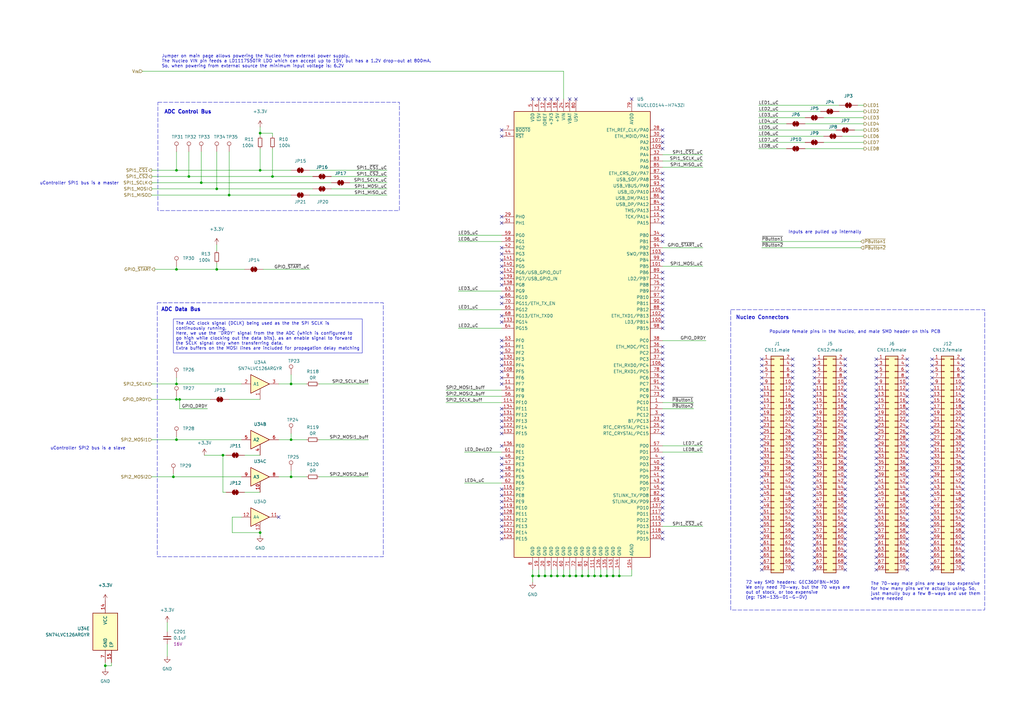
<source format=kicad_sch>
(kicad_sch (version 20231120) (generator "eeschema") (generator_version "8.0")
  (paper "A3")
  (title_block (title "Sound Compass POC") (date "2024-03-23") (rev "A") (company "Josh Berry") (comment 1 "JBRRY"))
  (junction (at 238.76 236.22))
  (junction (at 72.39 110.49))
  (junction (at 243.84 236.22))
  (junction (at 88.9 110.49))
  (junction (at 119.38 180.34))
  (junction (at 220.98 236.22))
  (junction (at 236.22 236.22))
  (junction (at 248.92 236.22))
  (junction (at 231.14 236.22))
  (junction (at 71.12 195.58))
  (junction (at 241.3 236.22))
  (junction (at 72.39 180.34))
  (junction (at 106.68 54.61))
  (junction (at 119.38 157.48))
  (junction (at 251.46 236.22))
  (junction (at 228.6 236.22))
  (junction (at 82.55 74.93))
  (junction (at 233.68 236.22))
  (junction (at 73.66 163.83))
  (junction (at 106.68 69.85))
  (junction (at 72.39 69.85))
  (junction (at 93.98 80.01))
  (junction (at 218.44 236.22))
  (junction (at 111.76 72.39))
  (junction (at 77.47 72.39))
  (junction (at 91.44 186.69))
  (junction (at 223.52 236.22))
  (junction (at 254 236.22))
  (junction (at 246.38 236.22))
  (junction (at 119.38 195.58))
  (junction (at 226.06 236.22))
  (junction (at 106.68 218.44))
  (junction (at 88.9 77.47))
  (junction (at 72.39 157.48))
  (junction (at 72.39 163.83))
  (junction (at 43.18 273.05))
  (no_connect (at 271.78 190.5))
  (no_connect (at 394.97 223.52))
  (no_connect (at 271.78 114.3))
  (no_connect (at 372.11 160.02))
  (no_connect (at 205.74 208.28))
  (no_connect (at 372.11 198.12))
  (no_connect (at 312.42 185.42))
  (no_connect (at 334.01 167.64))
  (no_connect (at 325.12 160.02))
  (no_connect (at 271.78 91.44))
  (no_connect (at 205.74 195.58))
  (no_connect (at 205.74 91.44))
  (no_connect (at 312.42 152.4))
  (no_connect (at 372.11 177.8))
  (no_connect (at 312.42 210.82))
  (no_connect (at 325.12 157.48))
  (no_connect (at 312.42 170.18))
  (no_connect (at 205.74 218.44))
  (no_connect (at 382.27 182.88))
  (no_connect (at 312.42 162.56))
  (no_connect (at 346.71 157.48))
  (no_connect (at 312.42 195.58))
  (no_connect (at 205.74 213.36))
  (no_connect (at 372.11 220.98))
  (no_connect (at 346.71 187.96))
  (no_connect (at 394.97 218.44))
  (no_connect (at 271.78 116.84))
  (no_connect (at 271.78 162.56))
  (no_connect (at 271.78 124.46))
  (no_connect (at 394.97 154.94))
  (no_connect (at 382.27 154.94))
  (no_connect (at 394.97 203.2))
  (no_connect (at 312.42 215.9))
  (no_connect (at 372.11 205.74))
  (no_connect (at 346.71 182.88))
  (no_connect (at 334.01 177.8))
  (no_connect (at 325.12 175.26))
  (no_connect (at 223.52 40.64))
  (no_connect (at 325.12 226.06))
  (no_connect (at 271.78 53.34))
  (no_connect (at 346.71 177.8))
  (no_connect (at 312.42 167.64))
  (no_connect (at 359.41 195.58))
  (no_connect (at 271.78 177.8))
  (no_connect (at 372.11 208.28))
  (no_connect (at 346.71 167.64))
  (no_connect (at 205.74 200.66))
  (no_connect (at 312.42 175.26))
  (no_connect (at 346.71 205.74))
  (no_connect (at 359.41 175.26))
  (no_connect (at 325.12 187.96))
  (no_connect (at 312.42 172.72))
  (no_connect (at 325.12 223.52))
  (no_connect (at 359.41 190.5))
  (no_connect (at 312.42 231.14))
  (no_connect (at 271.78 127))
  (no_connect (at 346.71 215.9))
  (no_connect (at 228.6 40.64))
  (no_connect (at 325.12 215.9))
  (no_connect (at 334.01 213.36))
  (no_connect (at 382.27 165.1))
  (no_connect (at 334.01 175.26))
  (no_connect (at 271.78 96.52))
  (no_connect (at 271.78 111.76))
  (no_connect (at 205.74 215.9))
  (no_connect (at 394.97 220.98))
  (no_connect (at 271.78 154.94))
  (no_connect (at 205.74 172.72))
  (no_connect (at 325.12 220.98))
  (no_connect (at 394.97 172.72))
  (no_connect (at 359.41 213.36))
  (no_connect (at 359.41 205.74))
  (no_connect (at 325.12 177.8))
  (no_connect (at 346.71 203.2))
  (no_connect (at 312.42 187.96))
  (no_connect (at 382.27 223.52))
  (no_connect (at 271.78 203.2))
  (no_connect (at 394.97 195.58))
  (no_connect (at 382.27 208.28))
  (no_connect (at 271.78 193.04))
  (no_connect (at 334.01 203.2))
  (no_connect (at 346.71 180.34))
  (no_connect (at 346.71 198.12))
  (no_connect (at 205.74 149.86))
  (no_connect (at 372.11 200.66))
  (no_connect (at 359.41 160.02))
  (no_connect (at 205.74 187.96))
  (no_connect (at 218.44 40.64))
  (no_connect (at 271.78 218.44))
  (no_connect (at 205.74 144.78))
  (no_connect (at 205.74 114.3))
  (no_connect (at 334.01 228.6))
  (no_connect (at 205.74 88.9))
  (no_connect (at 382.27 228.6))
  (no_connect (at 271.78 198.12))
  (no_connect (at 394.97 152.4))
  (no_connect (at 325.12 162.56))
  (no_connect (at 359.41 182.88))
  (no_connect (at 312.42 203.2))
  (no_connect (at 205.74 106.68))
  (no_connect (at 372.11 185.42))
  (no_connect (at 205.74 175.26))
  (no_connect (at 359.41 210.82))
  (no_connect (at 359.41 218.44))
  (no_connect (at 334.01 220.98))
  (no_connect (at 334.01 162.56))
  (no_connect (at 312.42 223.52))
  (no_connect (at 372.11 223.52))
  (no_connect (at 372.11 213.36))
  (no_connect (at 271.78 142.24))
  (no_connect (at 271.78 187.96))
  (no_connect (at 359.41 198.12))
  (no_connect (at 394.97 233.68))
  (no_connect (at 382.27 162.56))
  (no_connect (at 359.41 180.34))
  (no_connect (at 372.11 231.14))
  (no_connect (at 271.78 86.36))
  (no_connect (at 312.42 226.06))
  (no_connect (at 271.78 160.02))
  (no_connect (at 394.97 177.8))
  (no_connect (at 205.74 116.84))
  (no_connect (at 382.27 218.44))
  (no_connect (at 271.78 129.54))
  (no_connect (at 382.27 213.36))
  (no_connect (at 312.42 220.98))
  (no_connect (at 325.12 180.34))
  (no_connect (at 271.78 220.98))
  (no_connect (at 394.97 208.28))
  (no_connect (at 346.71 190.5))
  (no_connect (at 312.42 198.12))
  (no_connect (at 382.27 177.8))
  (no_connect (at 394.97 190.5))
  (no_connect (at 205.74 121.92))
  (no_connect (at 325.12 200.66))
  (no_connect (at 334.01 223.52))
  (no_connect (at 346.71 226.06))
  (no_connect (at 372.11 193.04))
  (no_connect (at 312.42 147.32))
  (no_connect (at 334.01 149.86))
  (no_connect (at 394.97 213.36))
  (no_connect (at 372.11 195.58))
  (no_connect (at 325.12 172.72))
  (no_connect (at 382.27 187.96))
  (no_connect (at 271.78 88.9))
  (no_connect (at 271.78 157.48))
  (no_connect (at 346.71 223.52))
  (no_connect (at 334.01 198.12))
  (no_connect (at 205.74 220.98))
  (no_connect (at 394.97 200.66))
  (no_connect (at 359.41 187.96))
  (no_connect (at 271.78 147.32))
  (no_connect (at 205.74 193.04))
  (no_connect (at 271.78 71.12))
  (no_connect (at 372.11 149.86))
  (no_connect (at 271.78 119.38))
  (no_connect (at 271.78 208.28))
  (no_connect (at 334.01 160.02))
  (no_connect (at 334.01 170.18))
  (no_connect (at 382.27 147.32))
  (no_connect (at 325.12 182.88))
  (no_connect (at 394.97 170.18))
  (no_connect (at 359.41 185.42))
  (no_connect (at 312.42 160.02))
  (no_connect (at 382.27 203.2))
  (no_connect (at 382.27 220.98))
  (no_connect (at 271.78 73.66))
  (no_connect (at 271.78 175.26))
  (no_connect (at 394.97 175.26))
  (no_connect (at 334.01 208.28))
  (no_connect (at 346.71 233.68))
  (no_connect (at 382.27 193.04))
  (no_connect (at 325.12 190.5))
  (no_connect (at 271.78 58.42))
  (no_connect (at 382.27 195.58))
  (no_connect (at 334.01 182.88))
  (no_connect (at 325.12 228.6))
  (no_connect (at 205.74 210.82))
  (no_connect (at 346.71 210.82))
  (no_connect (at 334.01 190.5))
  (no_connect (at 382.27 198.12))
  (no_connect (at 325.12 149.86))
  (no_connect (at 271.78 213.36))
  (no_connect (at 372.11 233.68))
  (no_connect (at 325.12 147.32))
  (no_connect (at 312.42 154.94))
  (no_connect (at 394.97 215.9))
  (no_connect (at 346.71 147.32))
  (no_connect (at 312.42 149.86))
  (no_connect (at 346.71 200.66))
  (no_connect (at 205.74 205.74))
  (no_connect (at 372.11 170.18))
  (no_connect (at 394.97 228.6))
  (no_connect (at 271.78 76.2))
  (no_connect (at 359.41 177.8))
  (no_connect (at 394.97 180.34))
  (no_connect (at 271.78 205.74))
  (no_connect (at 114.3 212.09))
  (no_connect (at 325.12 233.68))
  (no_connect (at 346.71 213.36))
  (no_connect (at 334.01 195.58))
  (no_connect (at 271.78 172.72))
  (no_connect (at 325.12 210.82))
  (no_connect (at 359.41 233.68))
  (no_connect (at 394.97 231.14))
  (no_connect (at 205.74 124.46))
  (no_connect (at 372.11 190.5))
  (no_connect (at 346.71 218.44))
  (no_connect (at 359.41 220.98))
  (no_connect (at 312.42 177.8))
  (no_connect (at 271.78 200.66))
  (no_connect (at 359.41 147.32))
  (no_connect (at 372.11 215.9))
  (no_connect (at 205.74 111.76))
  (no_connect (at 346.71 154.94))
  (no_connect (at 359.41 152.4))
  (no_connect (at 334.01 226.06))
  (no_connect (at 271.78 55.88))
  (no_connect (at 372.11 154.94))
  (no_connect (at 334.01 154.94))
  (no_connect (at 325.12 213.36))
  (no_connect (at 359.41 149.86))
  (no_connect (at 394.97 149.86))
  (no_connect (at 334.01 233.68))
  (no_connect (at 394.97 165.1))
  (no_connect (at 394.97 147.32))
  (no_connect (at 359.41 172.72))
  (no_connect (at 394.97 193.04))
  (no_connect (at 325.12 185.42))
  (no_connect (at 382.27 152.4))
  (no_connect (at 334.01 147.32))
  (no_connect (at 394.97 182.88))
  (no_connect (at 312.42 165.1))
  (no_connect (at 382.27 231.14))
  (no_connect (at 325.12 170.18))
  (no_connect (at 382.27 157.48))
  (no_connect (at 346.71 231.14))
  (no_connect (at 205.74 147.32))
  (no_connect (at 205.74 104.14))
  (no_connect (at 312.42 213.36))
  (no_connect (at 346.71 165.1))
  (no_connect (at 271.78 170.18))
  (no_connect (at 271.78 60.96))
  (no_connect (at 233.68 40.64))
  (no_connect (at 271.78 99.06))
  (no_connect (at 205.74 203.2))
  (no_connect (at 334.01 172.72))
  (no_connect (at 334.01 218.44))
  (no_connect (at 334.01 180.34))
  (no_connect (at 382.27 200.66))
  (no_connect (at 205.74 152.4))
  (no_connect (at 205.74 53.34))
  (no_connect (at 271.78 210.82))
  (no_connect (at 312.42 208.28))
  (no_connect (at 325.12 208.28))
  (no_connect (at 312.42 200.66))
  (no_connect (at 394.97 226.06))
  (no_connect (at 334.01 205.74))
  (no_connect (at 372.11 180.34))
  (no_connect (at 359.41 208.28))
  (no_connect (at 394.97 205.74))
  (no_connect (at 325.12 205.74))
  (no_connect (at 382.27 215.9))
  (no_connect (at 325.12 203.2))
  (no_connect (at 382.27 170.18))
  (no_connect (at 382.27 180.34))
  (no_connect (at 372.11 162.56))
  (no_connect (at 220.98 40.64))
  (no_connect (at 372.11 226.06))
  (no_connect (at 226.06 40.64))
  (no_connect (at 271.78 104.14))
  (no_connect (at 312.42 190.5))
  (no_connect (at 359.41 162.56))
  (no_connect (at 372.11 203.2))
  (no_connect (at 312.42 180.34))
  (no_connect (at 359.41 170.18))
  (no_connect (at 359.41 193.04))
  (no_connect (at 346.71 193.04))
  (no_connect (at 359.41 223.52))
  (no_connect (at 334.01 231.14))
  (no_connect (at 205.74 109.22))
  (no_connect (at 271.78 144.78))
  (no_connect (at 359.41 154.94))
  (no_connect (at 372.11 147.32))
  (no_connect (at 346.71 162.56))
  (no_connect (at 334.01 210.82))
  (no_connect (at 205.74 182.88))
  (no_connect (at 346.71 149.86))
  (no_connect (at 271.78 132.08))
  (no_connect (at 346.71 160.02))
  (no_connect (at 382.27 172.72))
  (no_connect (at 372.11 152.4))
  (no_connect (at 382.27 210.82))
  (no_connect (at 382.27 185.42))
  (no_connect (at 346.71 170.18))
  (no_connect (at 382.27 160.02))
  (no_connect (at 334.01 165.1))
  (no_connect (at 325.12 167.64))
  (no_connect (at 312.42 157.48))
  (no_connect (at 372.11 210.82))
  (no_connect (at 394.97 187.96))
  (no_connect (at 271.78 78.74))
  (no_connect (at 359.41 203.2))
  (no_connect (at 271.78 121.92))
  (no_connect (at 312.42 182.88))
  (no_connect (at 382.27 167.64))
  (no_connect (at 259.08 40.64))
  (no_connect (at 205.74 157.48))
  (no_connect (at 271.78 134.62))
  (no_connect (at 394.97 157.48))
  (no_connect (at 205.74 55.88))
  (no_connect (at 334.01 152.4))
  (no_connect (at 205.74 132.08))
  (no_connect (at 359.41 228.6))
  (no_connect (at 205.74 190.5))
  (no_connect (at 359.41 200.66))
  (no_connect (at 372.11 157.48))
  (no_connect (at 325.12 152.4))
  (no_connect (at 394.97 160.02))
  (no_connect (at 334.01 157.48))
  (no_connect (at 205.74 170.18))
  (no_connect (at 312.42 193.04))
  (no_connect (at 359.41 157.48))
  (no_connect (at 346.71 152.4))
  (no_connect (at 372.11 182.88))
  (no_connect (at 271.78 106.68))
  (no_connect (at 312.42 233.68))
  (no_connect (at 325.12 165.1))
  (no_connect (at 359.41 165.1))
  (no_connect (at 346.71 175.26))
  (no_connect (at 394.97 198.12))
  (no_connect (at 372.11 172.72))
  (no_connect (at 325.12 218.44))
  (no_connect (at 205.74 142.24))
  (no_connect (at 325.12 193.04))
  (no_connect (at 346.71 228.6))
  (no_connect (at 205.74 167.64))
  (no_connect (at 382.27 233.68))
  (no_connect (at 271.78 83.82))
  (no_connect (at 394.97 162.56))
  (no_connect (at 325.12 195.58))
  (no_connect (at 346.71 195.58))
  (no_connect (at 334.01 215.9))
  (no_connect (at 359.41 226.06))
  (no_connect (at 205.74 139.7))
  (no_connect (at 271.78 149.86))
  (no_connect (at 205.74 101.6))
  (no_connect (at 334.01 200.66))
  (no_connect (at 334.01 193.04))
  (no_connect (at 346.71 208.28))
  (no_connect (at 312.42 205.74))
  (no_connect (at 394.97 210.82))
  (no_connect (at 382.27 149.86))
  (no_connect (at 394.97 185.42))
  (no_connect (at 312.42 218.44))
  (no_connect (at 382.27 175.26))
  (no_connect (at 382.27 205.74))
  (no_connect (at 346.71 220.98))
  (no_connect (at 372.11 167.64))
  (no_connect (at 325.12 154.94))
  (no_connect (at 346.71 172.72))
  (no_connect (at 372.11 165.1))
  (no_connect (at 394.97 167.64))
  (no_connect (at 359.41 231.14))
  (no_connect (at 382.27 190.5))
  (no_connect (at 334.01 185.42))
  (no_connect (at 372.11 187.96))
  (no_connect (at 372.11 218.44))
  (no_connect (at 271.78 81.28))
  (no_connect (at 236.22 40.64))
  (no_connect (at 325.12 231.14))
  (no_connect (at 312.42 228.6))
  (no_connect (at 359.41 215.9))
  (no_connect (at 359.41 167.64))
  (no_connect (at 325.12 198.12))
  (no_connect (at 205.74 129.54))
  (no_connect (at 205.74 177.8))
  (no_connect (at 346.71 185.42))
  (no_connect (at 382.27 226.06))
  (no_connect (at 372.11 175.26))
  (no_connect (at 205.74 154.94))
  (no_connect (at 271.78 152.4))
  (no_connect (at 372.11 228.6))
  (no_connect (at 271.78 195.58))
  (no_connect (at 334.01 187.96))
  (wire (pts (xy 271.78 63.5) (xy 288.29 63.5)))
  (wire (pts (xy 119.38 195.58) (xy 125.73 195.58)))
  (wire (pts (xy 119.38 180.34) (xy 125.73 180.34)))
  (wire (pts (xy 106.68 69.85) (xy 119.38 69.85)))
  (wire (pts (xy 77.47 62.23) (xy 77.47 72.39)))
  (wire (pts (xy 182.88 165.1) (xy 205.74 165.1)))
  (wire (pts (xy 119.38 193.04) (xy 119.38 195.58)))
  (wire (pts (xy 231.14 236.22) (xy 233.68 236.22)))
  (wire (pts (xy 271.78 101.6) (xy 288.29 101.6)))
  (wire (pts (xy 62.23 163.83) (xy 72.39 163.83)))
  (wire (pts (xy 311.15 55.88) (xy 337.82 55.88)))
  (wire (pts (xy 337.82 58.42) (xy 354.33 58.42)))
  (wire (pts (xy 111.76 55.88) (xy 111.76 54.61)))
  (wire (pts (xy 106.68 218.44) (xy 106.68 219.71)))
  (wire (pts (xy 88.9 100.33) (xy 88.9 102.87)))
  (wire (pts (xy 114.3 195.58) (xy 119.38 195.58)))
  (wire (pts (xy 106.68 60.96) (xy 106.68 69.85)))
  (wire (pts (xy 130.81 195.58) (xy 151.13 195.58)))
  (wire (pts (xy 271.78 66.04) (xy 288.29 66.04)))
  (wire (pts (xy 228.6 236.22) (xy 231.14 236.22)))
  (wire (pts (xy 351.79 43.18) (xy 354.33 43.18)))
  (wire (pts (xy 135.89 77.47) (xy 158.75 77.47)))
  (wire (pts (xy 106.68 52.07) (xy 106.68 54.61)))
  (wire (pts (xy 312.42 99.06) (xy 353.06 99.06)))
  (wire (pts (xy 62.23 180.34) (xy 72.39 180.34)))
  (wire (pts (xy 88.9 107.95) (xy 88.9 110.49)))
  (wire (pts (xy 106.68 54.61) (xy 111.76 54.61)))
  (wire (pts (xy 68.58 255.27) (xy 68.58 259.08)))
  (wire (pts (xy 350.52 53.34) (xy 354.33 53.34)))
  (wire (pts (xy 311.15 50.8) (xy 322.58 50.8)))
  (wire (pts (xy 62.23 69.85) (xy 72.39 69.85)))
  (wire (pts (xy 88.9 62.23) (xy 88.9 77.47)))
  (wire (pts (xy 226.06 236.22) (xy 228.6 236.22)))
  (wire (pts (xy 77.47 72.39) (xy 111.76 72.39)))
  (wire (pts (xy 72.39 180.34) (xy 99.06 180.34)))
  (wire (pts (xy 236.22 236.22) (xy 238.76 236.22)))
  (wire (pts (xy 43.18 273.05) (xy 43.18 271.78)))
  (wire (pts (xy 72.39 154.94) (xy 72.39 157.48)))
  (wire (pts (xy 106.68 54.61) (xy 106.68 55.88)))
  (wire (pts (xy 342.9 53.34) (xy 311.15 53.34)))
  (wire (pts (xy 311.15 60.96) (xy 322.58 60.96)))
  (wire (pts (xy 130.81 157.48) (xy 151.13 157.48)))
  (wire (pts (xy 182.88 162.56) (xy 205.74 162.56)))
  (wire (pts (xy 100.33 186.69) (xy 106.68 186.69)))
  (wire (pts (xy 114.3 157.48) (xy 119.38 157.48)))
  (wire (pts (xy 254 236.22) (xy 259.08 236.22)))
  (wire (pts (xy 337.82 48.26) (xy 354.33 48.26)))
  (wire (pts (xy 248.92 233.68) (xy 248.92 236.22)))
  (wire (pts (xy 271.78 185.42) (xy 288.29 185.42)))
  (wire (pts (xy 238.76 233.68) (xy 238.76 236.22)))
  (wire (pts (xy 289.56 139.7) (xy 271.78 139.7)))
  (wire (pts (xy 187.96 96.52) (xy 205.74 96.52)))
  (wire (pts (xy 251.46 236.22) (xy 254 236.22)))
  (wire (pts (xy 72.39 110.49) (xy 88.9 110.49)))
  (wire (pts (xy 228.6 233.68) (xy 228.6 236.22)))
  (wire (pts (xy 119.38 157.48) (xy 125.73 157.48)))
  (wire (pts (xy 241.3 233.68) (xy 241.3 236.22)))
  (wire (pts (xy 99.06 212.09) (xy 95.25 212.09)))
  (wire (pts (xy 62.23 195.58) (xy 71.12 195.58)))
  (wire (pts (xy 187.96 127) (xy 205.74 127)))
  (wire (pts (xy 88.9 110.49) (xy 100.33 110.49)))
  (wire (pts (xy 127 69.85) (xy 158.75 69.85)))
  (wire (pts (xy 254 233.68) (xy 254 236.22)))
  (wire (pts (xy 62.23 74.93) (xy 82.55 74.93)))
  (wire (pts (xy 311.15 48.26) (xy 330.2 48.26)))
  (wire (pts (xy 119.38 153.67) (xy 119.38 157.48)))
  (wire (pts (xy 135.89 72.39) (xy 158.75 72.39)))
  (wire (pts (xy 107.95 110.49) (xy 127 110.49)))
  (wire (pts (xy 43.18 274.32) (xy 43.18 273.05)))
  (wire (pts (xy 251.46 233.68) (xy 251.46 236.22)))
  (wire (pts (xy 187.96 99.06) (xy 205.74 99.06)))
  (wire (pts (xy 284.48 165.1) (xy 271.78 165.1)))
  (wire (pts (xy 73.66 167.64) (xy 73.66 163.83)))
  (wire (pts (xy 345.44 55.88) (xy 354.33 55.88)))
  (wire (pts (xy 85.09 167.64) (xy 73.66 167.64)))
  (wire (pts (xy 312.42 101.6) (xy 353.06 101.6)))
  (wire (pts (xy 111.76 60.96) (xy 111.76 72.39)))
  (wire (pts (xy 311.15 58.42) (xy 330.2 58.42)))
  (wire (pts (xy 218.44 236.22) (xy 218.44 238.76)))
  (wire (pts (xy 73.66 163.83) (xy 86.36 163.83)))
  (wire (pts (xy 271.78 215.9) (xy 288.29 215.9)))
  (wire (pts (xy 91.44 201.93) (xy 92.71 201.93)))
  (wire (pts (xy 218.44 236.22) (xy 220.98 236.22)))
  (wire (pts (xy 284.48 167.64) (xy 271.78 167.64)))
  (wire (pts (xy 241.3 236.22) (xy 243.84 236.22)))
  (wire (pts (xy 238.76 236.22) (xy 241.3 236.22)))
  (wire (pts (xy 82.55 74.93) (xy 135.89 74.93)))
  (wire (pts (xy 223.52 233.68) (xy 223.52 236.22)))
  (wire (pts (xy 72.39 62.23) (xy 72.39 69.85)))
  (wire (pts (xy 62.23 72.39) (xy 77.47 72.39)))
  (wire (pts (xy 259.08 236.22) (xy 259.08 233.68)))
  (wire (pts (xy 119.38 177.8) (xy 119.38 180.34)))
  (wire (pts (xy 271.78 109.22) (xy 288.29 109.22)))
  (wire (pts (xy 63.5 110.49) (xy 72.39 110.49)))
  (wire (pts (xy 72.39 162.56) (xy 72.39 163.83)))
  (wire (pts (xy 95.25 212.09) (xy 95.25 218.44)))
  (wire (pts (xy 243.84 233.68) (xy 243.84 236.22)))
  (wire (pts (xy 220.98 236.22) (xy 223.52 236.22)))
  (wire (pts (xy 91.44 201.93) (xy 91.44 186.69)))
  (wire (pts (xy 233.68 236.22) (xy 236.22 236.22)))
  (wire (pts (xy 271.78 68.58) (xy 288.29 68.58)))
  (wire (pts (xy 72.39 157.48) (xy 99.06 157.48)))
  (wire (pts (xy 218.44 233.68) (xy 218.44 236.22)))
  (wire (pts (xy 246.38 233.68) (xy 246.38 236.22)))
  (wire (pts (xy 223.52 236.22) (xy 226.06 236.22)))
  (wire (pts (xy 62.23 77.47) (xy 88.9 77.47)))
  (wire (pts (xy 344.17 43.18) (xy 311.15 43.18)))
  (wire (pts (xy 182.88 160.02) (xy 205.74 160.02)))
  (wire (pts (xy 187.96 134.62) (xy 205.74 134.62)))
  (wire (pts (xy 231.14 40.64) (xy 231.14 29.21)))
  (wire (pts (xy 82.55 62.23) (xy 82.55 74.93)))
  (wire (pts (xy 190.5 198.12) (xy 205.74 198.12)))
  (wire (pts (xy 62.23 157.48) (xy 72.39 157.48)))
  (wire (pts (xy 91.44 186.69) (xy 92.71 186.69)))
  (wire (pts (xy 127 80.01) (xy 158.75 80.01)))
  (wire (pts (xy 72.39 109.22) (xy 72.39 110.49)))
  (wire (pts (xy 344.17 45.72) (xy 354.33 45.72)))
  (wire (pts (xy 88.9 77.47) (xy 128.27 77.47)))
  (wire (pts (xy 271.78 182.88) (xy 288.29 182.88)))
  (wire (pts (xy 83.82 186.69) (xy 91.44 186.69)))
  (wire (pts (xy 72.39 69.85) (xy 106.68 69.85)))
  (wire (pts (xy 93.98 62.23) (xy 93.98 80.01)))
  (wire (pts (xy 114.3 180.34) (xy 119.38 180.34)))
  (wire (pts (xy 220.98 233.68) (xy 220.98 236.22)))
  (wire (pts (xy 330.2 50.8) (xy 354.33 50.8)))
  (wire (pts (xy 248.92 236.22) (xy 251.46 236.22)))
  (wire (pts (xy 62.23 80.01) (xy 93.98 80.01)))
  (wire (pts (xy 71.12 194.31) (xy 71.12 195.58)))
  (wire (pts (xy 100.33 201.93) (xy 106.68 201.93)))
  (wire (pts (xy 72.39 163.83) (xy 73.66 163.83)))
  (wire (pts (xy 233.68 233.68) (xy 233.68 236.22)))
  (wire (pts (xy 330.2 60.96) (xy 354.33 60.96)))
  (wire (pts (xy 111.76 72.39) (xy 128.27 72.39)))
  (wire (pts (xy 190.5 185.42) (xy 205.74 185.42)))
  (wire (pts (xy 246.38 236.22) (xy 248.92 236.22)))
  (wire (pts (xy 45.72 271.78) (xy 45.72 273.05)))
  (wire (pts (xy 58.42 29.21) (xy 231.14 29.21)))
  (wire (pts (xy 93.98 163.83) (xy 106.68 163.83)))
  (wire (pts (xy 43.18 273.05) (xy 45.72 273.05)))
  (wire (pts (xy 226.06 233.68) (xy 226.06 236.22)))
  (wire (pts (xy 95.25 218.44) (xy 106.68 218.44)))
  (wire (pts (xy 231.14 233.68) (xy 231.14 236.22)))
  (wire (pts (xy 72.39 179.07) (xy 72.39 180.34)))
  (wire (pts (xy 71.12 195.58) (xy 99.06 195.58)))
  (wire (pts (xy 143.51 74.93) (xy 158.75 74.93)))
  (wire (pts (xy 187.96 119.38) (xy 205.74 119.38)))
  (wire (pts (xy 311.15 45.72) (xy 336.55 45.72)))
  (wire (pts (xy 236.22 233.68) (xy 236.22 236.22)))
  (wire (pts (xy 130.81 180.34) (xy 151.13 180.34)))
  (wire (pts (xy 93.98 80.01) (xy 119.38 80.01)))
  (wire (pts (xy 68.58 264.16) (xy 68.58 269.24)))
  (wire (pts (xy 243.84 236.22) (xy 246.38 236.22)))
  (rectangle (start 299.72 127) (end 403.86 250.19) (stroke (width 0) (type dash)))
  (rectangle (start 64.77 41.91) (end 163.83 86.36) (stroke (width 0) (type dash)))
  (rectangle (start 64.516 124.206) (end 157.226 228.346) (stroke (width 0) (type dash)))
  (text_box "The ADC clock signal (DCLK) being used as the the SPI SCLK is continuously running.\nHere, we use the \"DRDY\" signal from the the ADC (which is configured to \ngo high while clocking out the data bits), as an enable signal to forward \nthe SCLK signal only when transferring data.\nExtra buffers on the MOSI lines are included for propagation delay matching" (at 71.12 130.81 0) (size 77.47 13.97) (effects (font (size 1.27 1.27)) (justify left top)))
  (text "Jumper on main page allows powering the Nucleo from external power supply. \nThe Nucleo VIN pin feeds a LD1117S50TR LDO which can accept up to 15V, but has a 1.2V drop-out at 800mA. \nSo, when powering from external source the minimum input voltage is: 6.2V" (at 66.294 25.146 0) (effects (font (size 1.27 1.27)) (justify left)))
  (text "Inputs are pulled up internally" (at 323.342 95.25 0) (effects (font (size 1.27 1.27)) (justify left)))
  (text "Nucleo Connectors" (at 301.752 130.302 0) (effects (font (size 1.524 1.524) (thickness 0.254) (bold yes)) (justify left)))
  (text "uController SPI2 bus is a slave" (at 36.068 183.896 0) (effects (font (size 1.27 1.27))))
  (text "72 way SMD headers: GEC36DFBN-M30\nWe only need 70-way, but the 70 ways are \nout of stock, or too expensive \n(eg: TSM-135-01-G-DV)" (at 305.816 242.062 0) (effects (font (size 1.27 1.27)) (justify left)))
  (text "uController SPI1 bus is a master" (at 32.512 75.184 0) (effects (font (size 1.27 1.27))))
  (text "ADC Control Bus" (at 67.31 45.974 0) (effects (font (size 1.524 1.524) (thickness 0.3048) (bold yes)) (justify left)))
  (text "The 70-way male pins are way too expensive \nfor how many pins we're actually using. So, \njust manully buy a few 8-ways and use them \nwhere needed" (at 357.124 242.57 0) (effects (font (size 1.27 1.27)) (justify left)))
  (text "Populate female pins in the Nucleo, and male SMD header on this PCB" (at 315.468 136.144 0) (effects (font (size 1.27 1.27)) (justify left)))
  (text "ADC Data Bus" (at 66.04 127 0) (effects (font (size 1.524 1.524) (thickness 0.3048) (bold yes)) (justify left)))
  (label "LED8_uC" (at 288.29 185.42 180))
  (label "LED1_uC" (at 187.96 127 0))
  (label "LED3_uC" (at 311.15 48.26 0))
  (label "GPIO_DRDY" (at 289.56 139.7 180))
  (label "LED8_uC" (at 311.15 60.96 0))
  (label "GPIO_DRDY" (at 85.09 167.64 180))
  (label "SPI2_MOSI2_buff" (at 151.13 195.58 180))
  (label "LED4_uC" (at 311.15 50.8 0))
  (label "~{PButton2}" (at 312.42 101.6 0))
  (label "LED7_uC" (at 288.29 182.88 180))
  (label "SPI1_MOSI_uC" (at 288.29 109.22 180))
  (label "~{PButton2}" (at 284.48 167.64 180))
  (label "LED4_uC" (at 190.5 198.12 0))
  (label "SPI2_MOSI2_buff" (at 182.88 162.56 0))
  (label "GPIO_~{START}_uC" (at 127 110.49 180))
  (label "LED6_uC" (at 311.15 55.88 0))
  (label "LED2_uC" (at 187.96 134.62 0))
  (label "LED_DevLD2" (at 190.5 185.42 0))
  (label "SPI1_~{CS2}_uC" (at 288.29 215.9 180))
  (label "LED3_uC" (at 187.96 119.38 0))
  (label "SPI2_SCLK_buff" (at 182.88 165.1 0))
  (label "LED1_uC" (at 311.15 43.18 0))
  (label "SPI2_SCLK_buff" (at 151.13 157.48 180))
  (label "~{PButton1}" (at 284.48 165.1 180))
  (label "SPI1_MISO_uC" (at 288.29 68.58 180))
  (label "SPI1_MISO_uC" (at 158.75 80.01 180))
  (label "LED6_uC" (at 187.96 99.06 0))
  (label "LED5_uC" (at 187.96 96.52 0))
  (label "SPI2_MOSI1_buff" (at 151.13 180.34 180))
  (label "GPIO_~{START}_uC" (at 288.29 101.6 180))
  (label "SPI1_SCLK_uC" (at 288.29 66.04 180))
  (label "LED7_uC" (at 311.15 58.42 0))
  (label "SPI1_~{CS1}_uC" (at 288.29 63.5 180))
  (label "SPI1_~{CS2}_uC" (at 158.75 72.39 180))
  (label "LED5_uC" (at 311.15 53.34 0))
  (label "SPI2_MOSI1_buff" (at 182.88 160.02 0))
  (label "SPI1_~{CS1}_uC" (at 158.75 69.85 180))
  (label "SPI1_MOSI_uC" (at 158.75 77.47 180))
  (label "LED2_uC" (at 311.15 45.72 0))
  (label "SPI1_SCLK_uC" (at 158.75 74.93 180))
  (label "~{PButton1}" (at 312.42 99.06 0))
  (hierarchical_label "SPI1_SCLK" (shape output) (at 62.23 74.93 180))
  (hierarchical_label "LED8" (shape output) (at 354.33 60.96 0))
  (hierarchical_label "LED6" (shape output) (at 354.33 55.88 0))
  (hierarchical_label "LED5" (shape output) (at 354.33 53.34 0))
  (hierarchical_label "LED3" (shape output) (at 354.33 48.26 0))
  (hierarchical_label "LED4" (shape output) (at 354.33 50.8 0))
  (hierarchical_label "SPI1_~{CS1}" (shape output) (at 62.23 69.85 180))
  (hierarchical_label "SPI1_MOSI" (shape output) (at 62.23 77.47 180))
  (hierarchical_label "SPI1_~{CS2}" (shape output) (at 62.23 72.39 180))
  (hierarchical_label "SPI2_SCLK" (shape input) (at 62.23 157.48 180))
  (hierarchical_label "~{PButton1}" (shape input) (at 353.06 99.06 0))
  (hierarchical_label "V_{IN}" (shape input) (at 58.42 29.21 180))
  (hierarchical_label "SPI1_MISO" (shape input) (at 62.23 80.01 180))
  (hierarchical_label "~{PButton2}" (shape input) (at 353.06 101.6 0))
  (hierarchical_label "SPI2_MOSI1" (shape input) (at 62.23 180.34 180))
  (hierarchical_label "GPIO_~{START}" (shape output) (at 63.5 110.49 180))
  (hierarchical_label "GPIO_DRDY" (shape input) (at 62.23 163.83 180))
  (hierarchical_label "LED2" (shape output) (at 354.33 45.72 0))
  (hierarchical_label "LED1" (shape output) (at 354.33 43.18 0))
  (hierarchical_label "SPI2_MOSI2" (shape input) (at 62.23 195.58 180))
  (hierarchical_label "LED7" (shape output) (at 354.33 58.42 0))
  (symbol (lib_id "Jumper:SolderJumper_2_Bridged") (at 132.08 77.47 0) (unit 1) (exclude_from_sim yes) (in_bom no)
    (property "Reference" "JP20" (at 132.334 82.804 0))
    (property "Value" "SolderJumper_2_Bridged" (effects (hide yes)))
    (property "Footprint" "Jumper:SolderJumper-2_P1.3mm_Bridged_Pad1.0x1.5mm" (effects (hide yes)))
    (property "Description" "Solder Jumper, 2-pole, closed/bridged" (effects (hide yes)))
  )
  (symbol (lib_id "Device:R_Small") (at 128.27 180.34 90) (unit 1)
    (property "Reference" "R119" (at 128.27 175.26 90))
    (property "Value" "0R" (at 128.27 177.8 90))
    (property "Footprint" "Resistor_SMD:R_0603_1608Metric" (effects (hide yes)))
    (property "Description" "Resistor, small symbol" (effects (hide yes)))
    (property "Manufacturer" "Stackpole Electronics Inc" (effects (hide yes)))
    (property "Part Number" "RMCF0603ZT0R00" (effects (hide yes)))
    (property "Supplier" "Digi-Key" (effects (hide yes)))
    (property "Supplier Number" "RMCF0603ZT0R00CT-ND" (effects (hide yes)))
  )
  (symbol (lib_id "Jumper:SolderJumper_2_Bridged") (at 96.52 201.93 0) (unit 1) (exclude_from_sim yes) (in_bom no)
    (property "Reference" "JP12" (at 96.52 198.12 0))
    (property "Value" "SolderJumper_2_Bridged" (effects (hide yes)))
    (property "Footprint" "Jumper:SolderJumper-2_P1.3mm_Bridged_Pad1.0x1.5mm" (effects (hide yes)))
    (property "Description" "Solder Jumper, 2-pole, closed/bridged" (effects (hide yes)))
  )
  (symbol (lib_id "power:GND") (at 218.44 238.76 0) (unit 1)
    (property "Reference" "#PWR032" (effects (hide yes)))
    (property "Value" "GND" (at 218.44 243.84 0))
  )
  (symbol (lib_id "Connector:TestPoint") (at 71.12 194.31 0) (unit 1) (in_bom no)
    (property "Reference" "TP29" (at 73.66 191.0079 0) (effects (justify left)))
    (property "Value" "TestPoint" (effects (hide yes)))
    (property "Footprint" "TestPoint:TestPoint_Pad_D1.0mm" (effects (hide yes)))
    (property "Description" "test point" (effects (hide yes)))
  )
  (symbol (lib_id "Jumper:SolderJumper_2_Bridged") (at 340.36 45.72 0) (unit 1) (exclude_from_sim yes) (in_bom no)
    (property "Reference" "JP4" (at 340.36 41.91 0))
    (property "Value" "SolderJumper_2_Bridged" (effects (hide yes)))
    (property "Footprint" "Jumper:SolderJumper-2_P1.3mm_Bridged_Pad1.0x1.5mm" (effects (hide yes)))
    (property "Description" "Solder Jumper, 2-pole, closed/bridged" (effects (hide yes)))
  )
  (symbol (lib_id "Connector:TestPoint") (at 119.38 193.04 0) (unit 1) (in_bom no)
    (property "Reference" "TP25" (at 117.856 187.452 0) (effects (justify left)))
    (property "Value" "TestPoint" (effects (hide yes)))
    (property "Footprint" "TestPoint:TestPoint_Pad_D1.0mm" (effects (hide yes)))
    (property "Description" "test point" (effects (hide yes)))
  )
  (symbol (lib_id "Device:R_Small") (at 88.9 105.41 180) (unit 1)
    (property "Reference" "R13" (at 86.36 104.1399 0) (effects (justify left)))
    (property "Value" "100k" (at 86.36 106.6799 0) (effects (justify left)))
    (property "Footprint" "Resistor_SMD:R_0603_1608Metric" (effects (hide yes)))
    (property "Description" "Resistor, small symbol" (effects (hide yes)))
    (property "Manufacturer" "YAGEO" (effects (hide yes)))
    (property "Part Number" "RC0603FR-07100KL" (effects (hide yes)))
    (property "Supplier" "Digi-Key" (effects (hide yes)))
    (property "Supplier Number" "311-100KHRCT-ND" (effects (hide yes)))
  )
  (symbol (lib_id "Jumper:SolderJumper_2_Bridged") (at 123.19 69.85 0) (unit 1) (exclude_from_sim yes) (in_bom no)
    (property "Reference" "JP15" (at 123.19 66.04 0))
    (property "Value" "SolderJumper_2_Bridged" (effects (hide yes)))
    (property "Footprint" "Jumper:SolderJumper-2_P1.3mm_Bridged_Pad1.0x1.5mm" (effects (hide yes)))
    (property "Description" "Solder Jumper, 2-pole, closed/bridged" (effects (hide yes)))
  )
  (symbol (lib_id "Jumper:SolderJumper_2_Bridged") (at 139.7 74.93 0) (unit 1) (exclude_from_sim yes) (in_bom no)
    (property "Reference" "JP17" (at 139.7 71.12 0))
    (property "Value" "SolderJumper_2_Bridged" (effects (hide yes)))
    (property "Footprint" "Jumper:SolderJumper-2_P1.3mm_Bridged_Pad1.0x1.5mm" (effects (hide yes)))
    (property "Description" "Solder Jumper, 2-pole, closed/bridged" (effects (hide yes)))
  )
  (symbol (lib_id "Connector_Generic:Conn_02x35_Odd_Even") (at 387.35 190.5 0) (unit 1) (on_board no)
    (property "Reference" "J12" (at 388.62 140.97 0))
    (property "Value" "CN12.female" (at 388.62 143.51 0))
    (property "Description" "CONN HDR 72POS 0.1 TIN PCB" (effects (hide yes)))
    (property "Manufacturer" "Sullins Connector Solutions" (effects (hide yes)))
    (property "Part Number" "PPPC362LFBN-RC" (effects (hide yes)))
    (property "Supplier" "Digi-Key" (effects (hide yes)))
    (property "Supplier Number" "S7139-ND" (effects (hide yes)))
  )
  (symbol (lib_id "Jumper:SolderJumper_2_Bridged") (at 334.01 48.26 0) (unit 1) (exclude_from_sim yes) (in_bom no)
    (property "Reference" "JP5" (at 334.01 44.45 0))
    (property "Value" "SolderJumper_2_Bridged" (effects (hide yes)))
    (property "Footprint" "Jumper:SolderJumper-2_P1.3mm_Bridged_Pad1.0x1.5mm" (effects (hide yes)))
    (property "Description" "Solder Jumper, 2-pole, closed/bridged" (effects (hide yes)))
  )
  (symbol (lib_id "power:+3.3V") (at 88.9 100.33 0) (unit 1)
    (property "Reference" "#PWR020" (effects (hide yes)))
    (property "Value" "+3.3V" (at 88.9 93.98 0))
    (property "Description" "Power symbol creates a global label with name \"+3.3V\"" (effects (hide yes)))
  )
  (symbol (lib_id "Jumper:SolderJumper_2_Bridged") (at 104.14 110.49 0) (unit 1) (exclude_from_sim yes) (in_bom no)
    (property "Reference" "JP14" (at 104.14 106.68 0))
    (property "Value" "SolderJumper_2_Bridged" (effects (hide yes)))
    (property "Footprint" "Jumper:SolderJumper-2_P1.3mm_Bridged_Pad1.0x1.5mm" (effects (hide yes)))
    (property "Description" "Solder Jumper, 2-pole, closed/bridged" (effects (hide yes)))
  )
  (symbol (lib_id "Device:R_Small") (at 128.27 195.58 90) (unit 1)
    (property "Reference" "R120" (at 128.27 190.5 90))
    (property "Value" "0R" (at 128.27 193.04 90))
    (property "Footprint" "Resistor_SMD:R_0603_1608Metric" (effects (hide yes)))
    (property "Description" "Resistor, small symbol" (effects (hide yes)))
    (property "Manufacturer" "Stackpole Electronics Inc" (effects (hide yes)))
    (property "Part Number" "RMCF0603ZT0R00" (effects (hide yes)))
    (property "Supplier" "Digi-Key" (effects (hide yes)))
    (property "Supplier Number" "RMCF0603ZT0R00CT-ND" (effects (hide yes)))
  )
  (symbol (lib_id "Connector:TestPoint") (at 88.9 62.23 0) (unit 1) (in_bom no)
    (property "Reference" "TP34" (at 87.63 56.134 0) (effects (justify left)))
    (property "Value" "TestPoint" (effects (hide yes)))
    (property "Footprint" "TestPoint:TestPoint_Pad_D1.0mm" (effects (hide yes)))
    (property "Description" "test point" (effects (hide yes)))
  )
  (symbol (lib_id "Connector:TestPoint") (at 72.39 62.23 0) (unit 1) (in_bom no)
    (property "Reference" "TP31" (at 70.358 56.134 0) (effects (justify left)))
    (property "Value" "TestPoint" (effects (hide yes)))
    (property "Footprint" "TestPoint:TestPoint_Pad_D1.0mm" (effects (hide yes)))
    (property "Description" "test point" (effects (hide yes)))
  )
  (symbol (lib_id "Connector:TestPoint") (at 72.39 179.07 0) (unit 1) (in_bom no)
    (property "Reference" "TP28" (at 74.93 175.7679 0) (effects (justify left)))
    (property "Value" "TestPoint" (effects (hide yes)))
    (property "Footprint" "TestPoint:TestPoint_Pad_D1.0mm" (effects (hide yes)))
    (property "Description" "test point" (effects (hide yes)))
  )
  (symbol (lib_id "mic-test-pcb:SN74LVC126ARGYR") (at 106.68 180.34 0) (unit 2)
    (property "Reference" "U34" (at 106.68 173.99 0))
    (property "Value" "SN74LVC126ARGYR" (effects (hide yes)))
    (property "Footprint" "mic-test-board:IC_SN74AUC08RGYRG4" (effects (hide yes)))
    (property "Datasheet" "https://www.ti.com/lit/ds/symlink/sn74lvc126a.pdf" (effects (hide yes)))
    (property "Description" "Quad buffer 3-State outputs" (effects (hide yes)))
    (property "Manufacturer" "Texas Instruments" (effects (hide yes)))
    (property "Part Number" "SN74LVC126ARGYR" (effects (hide yes)))
    (property "Supplier" "Digi-Key" (effects (hide yes)))
    (property "Supplier Number" "296-13962-1-ND" (effects (hide yes)))
  )
  (symbol (lib_name "GND_1") (lib_id "power:GND") (at 43.18 274.32 0) (unit 1)
    (property "Reference" "#PWR0164" (effects (hide yes)))
    (property "Value" "GND" (at 43.18 279.4 0))
    (property "Description" "Power symbol creates a global label with name \"GND\" , ground" (effects (hide yes)))
  )
  (symbol (lib_id "Connector:TestPoint") (at 72.39 109.22 0) (unit 1) (in_bom no)
    (property "Reference" "TP30" (at 74.93 105.9179 0) (effects (justify left)))
    (property "Value" "TestPoint" (effects (hide yes)))
    (property "Footprint" "TestPoint:TestPoint_Pad_D1.0mm" (effects (hide yes)))
    (property "Description" "test point" (effects (hide yes)))
  )
  (symbol (lib_id "Jumper:SolderJumper_2_Bridged") (at 347.98 43.18 0) (unit 1) (exclude_from_sim yes) (in_bom no)
    (property "Reference" "JP3" (at 347.98 39.37 0))
    (property "Value" "SolderJumper_2_Bridged" (effects (hide yes)))
    (property "Footprint" "Jumper:SolderJumper-2_P1.3mm_Bridged_Pad1.0x1.5mm" (effects (hide yes)))
    (property "Description" "Solder Jumper, 2-pole, closed/bridged" (effects (hide yes)))
  )
  (symbol (lib_id "Jumper:SolderJumper_2_Bridged") (at 341.63 55.88 0) (unit 1) (exclude_from_sim yes) (in_bom no)
    (property "Reference" "JP8" (at 341.63 52.07 0))
    (property "Value" "SolderJumper_2_Bridged" (effects (hide yes)))
    (property "Footprint" "Jumper:SolderJumper-2_P1.3mm_Bridged_Pad1.0x1.5mm" (effects (hide yes)))
    (property "Description" "Solder Jumper, 2-pole, closed/bridged" (effects (hide yes)))
  )
  (symbol (lib_id "Connector_Generic:Conn_02x35_Odd_Even") (at 339.09 190.5 0) (unit 1) (on_board no)
    (property "Reference" "J5" (at 340.36 140.97 0))
    (property "Value" "CN12.male" (at 340.36 143.51 0))
    (property "Description" "Generic connector, double row, 02x35, odd/even pin numbering scheme (row 1 odd numbers, row 2 even numbers), script generated (kicad-library-utils/schlib/autogen/connector/)" (effects (hide yes)))
    (property "Manufacturer" "Sullins Connector Solutions" (effects (hide yes)))
    (property "Part Number" "GEC36DFBN-M30" (effects (hide yes)))
    (property "Supplier" "Digi-Key" (effects (hide yes)))
    (property "Supplier Number" "S2341E-36-ND" (effects (hide yes)))
  )
  (symbol (lib_name "GND_1") (lib_id "power:GND") (at 106.68 219.71 0) (unit 1)
    (property "Reference" "#PWR0165" (effects (hide yes)))
    (property "Value" "GND" (at 106.68 224.79 0))
    (property "Description" "Power symbol creates a global label with name \"GND\" , ground" (effects (hide yes)))
  )
  (symbol (lib_id "power:+3.3V") (at 106.68 52.07 0) (unit 1)
    (property "Reference" "#PWR04" (effects (hide yes)))
    (property "Value" "+3.3V" (at 106.68 45.72 0))
    (property "Description" "Power symbol creates a global label with name \"+3.3V\"" (effects (hide yes)))
  )
  (symbol (lib_id "Device:C_Small") (at 68.58 261.62 0) (unit 1)
    (property "Reference" "C201" (at 71.12 259.0862 0) (effects (justify left)))
    (property "Value" "0.1uF" (at 71.12 261.6262 0) (effects (justify left)))
    (property "Footprint" "Capacitor_SMD:C_0603_1608Metric" (effects (hide yes)))
    (property "Description" "Unpolarized capacitor, small symbol" (effects (hide yes)))
    (property "Manufacturer" "YAGEO" (effects (hide yes)))
    (property "Part Number" "CC0603KRX7R7BB104" (effects (hide yes)))
    (property "Supplier" "Digi-Key" (effects (hide yes)))
    (property "Supplier Number" "311-1088-1-ND" (effects (hide yes)))
    (property "Voltage" "16V" (at 71.12 264.1662 0) (effects (justify left)))
  )
  (symbol (lib_id "Jumper:SolderJumper_2_Bridged") (at 326.39 50.8 0) (unit 1) (exclude_from_sim yes) (in_bom no)
    (property "Reference" "JP6" (at 326.39 46.99 0))
    (property "Value" "SolderJumper_2_Bridged" (effects (hide yes)))
    (property "Footprint" "Jumper:SolderJumper-2_P1.3mm_Bridged_Pad1.0x1.5mm" (effects (hide yes)))
    (property "Description" "Solder Jumper, 2-pole, closed/bridged" (effects (hide yes)))
  )
  (symbol (lib_id "Jumper:SolderJumper_2_Bridged") (at 96.52 186.69 0) (unit 1) (exclude_from_sim yes) (in_bom no)
    (property "Reference" "JP11" (at 96.52 182.88 0))
    (property "Value" "SolderJumper_2_Bridged" (effects (hide yes)))
    (property "Footprint" "Jumper:SolderJumper-2_P1.3mm_Bridged_Pad1.0x1.5mm" (effects (hide yes)))
    (property "Description" "Solder Jumper, 2-pole, closed/bridged" (effects (hide yes)))
  )
  (symbol (lib_id "MCU_Module:NUCLEO144-H743ZI") (at 238.76 137.16 0) (unit 1) (in_bom no)
    (property "Reference" "U5" (at 261.2741 40.64 0) (effects (justify left)))
    (property "Value" "NUCLEO144-H743ZI" (at 261.2741 43.18 0) (effects (justify left)))
    (property "Footprint" "mic-test-board:ST_Morpho_Connector_144_STLink_SMD_Headers_BottomMount" (effects (hide yes)))
    (property "Datasheet" "https://www.st.com/resource/en/user_manual/dm00244518-stm32-nucleo144-boards-stmicroelectronics.pdf" (effects (hide yes)))
    (property "Description" "Nucleo 144 Development Board with STM32H743ZIT6 MCU, 1024kB RAM, 2Mb FLASH" (effects (hide yes)))
  )
  (symbol (lib_id "power:+3.3V") (at 83.82 186.69 0) (unit 1)
    (property "Reference" "#PWR0162" (effects (hide yes)))
    (property "Value" "+3.3V" (at 83.82 181.61 0))
    (property "Description" "Power symbol creates a global label with name \"+3.3V\"" (effects (hide yes)))
  )
  (symbol (lib_id "Jumper:SolderJumper_2_Bridged") (at 132.08 72.39 0) (unit 1) (exclude_from_sim yes) (in_bom no)
    (property "Reference" "JP16" (at 132.08 68.58 0))
    (property "Value" "SolderJumper_2_Bridged" (effects (hide yes)))
    (property "Footprint" "Jumper:SolderJumper-2_P1.3mm_Bridged_Pad1.0x1.5mm" (effects (hide yes)))
    (property "Description" "Solder Jumper, 2-pole, closed/bridged" (effects (hide yes)))
  )
  (symbol (lib_id "power:+3.3V") (at 68.58 255.27 0) (unit 1)
    (property "Reference" "#PWR0160" (effects (hide yes)))
    (property "Value" "+3.3V" (at 68.58 250.19 0))
    (property "Description" "Power symbol creates a global label with name \"+3.3V\"" (effects (hide yes)))
  )
  (symbol (lib_name "SN74LVC126ARGYR_1") (lib_id "mic-test-pcb:SN74LVC126ARGYR") (at 43.18 259.08 0) (unit 5)
    (property "Reference" "U34" (at 36.83 257.8099 0) (effects (justify right)))
    (property "Value" "SN74LVC126ARGYR" (at 36.83 260.3499 0) (effects (justify right)))
    (property "Footprint" "mic-test-board:IC_SN74AUC08RGYRG4" (effects (hide yes)))
    (property "Datasheet" "https://www.ti.com/lit/ds/symlink/sn74lvc126a.pdf" (effects (hide yes)))
    (property "Description" "Quad buffer 3-State outputs" (effects (hide yes)))
    (property "Manufacturer" "Texas Instruments" (effects (hide yes)))
    (property "Part Number" "SN74LVC126ARGYR" (effects (hide yes)))
    (property "Supplier" "Digi-Key" (effects (hide yes)))
    (property "Supplier Number" "296-13962-1-ND" (effects (hide yes)))
  )
  (symbol (lib_id "Connector:TestPoint") (at 72.39 154.94 0) (unit 1) (in_bom no)
    (property "Reference" "TP26" (at 74.93 151.6379 0) (effects (justify left)))
    (property "Value" "TestPoint" (effects (hide yes)))
    (property "Footprint" "TestPoint:TestPoint_Pad_D1.0mm" (effects (hide yes)))
    (property "Description" "test point" (effects (hide yes)))
  )
  (symbol (lib_id "mic-test-pcb:SN74LVC126ARGYR") (at 106.68 195.58 0) (unit 3)
    (property "Reference" "U34" (at 106.68 189.23 0))
    (property "Value" "SN74LVC126ARGYR" (effects (hide yes)))
    (property "Footprint" "mic-test-board:IC_SN74AUC08RGYRG4" (effects (hide yes)))
    (property "Datasheet" "https://www.ti.com/lit/ds/symlink/sn74lvc126a.pdf" (effects (hide yes)))
    (property "Description" "Quad buffer 3-State outputs" (effects (hide yes)))
    (property "Manufacturer" "Texas Instruments" (effects (hide yes)))
    (property "Part Number" "SN74LVC126ARGYR" (effects (hide yes)))
    (property "Supplier" "Digi-Key" (effects (hide yes)))
    (property "Supplier Number" "296-13962-1-ND" (effects (hide yes)))
  )
  (symbol (lib_id "Jumper:SolderJumper_2_Bridged") (at 346.71 53.34 0) (unit 1) (exclude_from_sim yes) (in_bom no)
    (property "Reference" "JP7" (at 346.71 49.53 0))
    (property "Value" "SolderJumper_2_Bridged" (effects (hide yes)))
    (property "Footprint" "Jumper:SolderJumper-2_P1.3mm_Bridged_Pad1.0x1.5mm" (effects (hide yes)))
    (property "Description" "Solder Jumper, 2-pole, closed/bridged" (effects (hide yes)))
  )
  (symbol (lib_id "Connector:TestPoint") (at 119.38 177.8 0) (unit 1) (in_bom no)
    (property "Reference" "TP24" (at 117.602 172.212 0) (effects (justify left)))
    (property "Value" "TestPoint" (effects (hide yes)))
    (property "Footprint" "TestPoint:TestPoint_Pad_D1.0mm" (effects (hide yes)))
    (property "Description" "test point" (effects (hide yes)))
  )
  (symbol (lib_id "Jumper:SolderJumper_2_Bridged") (at 326.39 60.96 0) (unit 1) (exclude_from_sim yes) (in_bom no)
    (property "Reference" "JP10" (at 326.39 57.15 0))
    (property "Value" "SolderJumper_2_Bridged" (effects (hide yes)))
    (property "Footprint" "Jumper:SolderJumper-2_P1.3mm_Bridged_Pad1.0x1.5mm" (effects (hide yes)))
    (property "Description" "Solder Jumper, 2-pole, closed/bridged" (effects (hide yes)))
  )
  (symbol (lib_id "Device:R_Small") (at 128.27 157.48 90) (unit 1)
    (property "Reference" "R118" (at 128.27 152.4 90))
    (property "Value" "0R" (at 128.27 154.94 90))
    (property "Footprint" "Resistor_SMD:R_0603_1608Metric" (effects (hide yes)))
    (property "Description" "Resistor, small symbol" (effects (hide yes)))
    (property "Manufacturer" "Stackpole Electronics Inc" (effects (hide yes)))
    (property "Part Number" "RMCF0603ZT0R00" (effects (hide yes)))
    (property "Supplier" "Digi-Key" (effects (hide yes)))
    (property "Supplier Number" "RMCF0603ZT0R00CT-ND" (effects (hide yes)))
  )
  (symbol (lib_name "GND_1") (lib_id "power:GND") (at 68.58 269.24 0) (unit 1)
    (property "Reference" "#PWR0161" (effects (hide yes)))
    (property "Value" "GND" (at 68.58 274.32 0))
    (property "Description" "Power symbol creates a global label with name \"GND\" , ground" (effects (hide yes)))
  )
  (symbol (lib_id "Jumper:SolderJumper_2_Bridged") (at 334.01 58.42 0) (unit 1) (exclude_from_sim yes) (in_bom no)
    (property "Reference" "JP9" (at 334.01 54.61 0))
    (property "Value" "SolderJumper_2_Bridged" (effects (hide yes)))
    (property "Footprint" "Jumper:SolderJumper-2_P1.3mm_Bridged_Pad1.0x1.5mm" (effects (hide yes)))
    (property "Description" "Solder Jumper, 2-pole, closed/bridged" (effects (hide yes)))
  )
  (symbol (lib_id "Connector:TestPoint") (at 72.39 162.56 0) (unit 1) (in_bom no)
    (property "Reference" "TP27" (at 74.93 159.2579 0) (effects (justify left)))
    (property "Value" "TestPoint" (effects (hide yes)))
    (property "Footprint" "TestPoint:TestPoint_Pad_D1.0mm" (effects (hide yes)))
    (property "Description" "test point" (effects (hide yes)))
  )
  (symbol (lib_id "Connector:TestPoint") (at 77.47 62.23 0) (unit 1) (in_bom no)
    (property "Reference" "TP32" (at 75.692 56.134 0) (effects (justify left)))
    (property "Value" "TestPoint" (effects (hide yes)))
    (property "Footprint" "TestPoint:TestPoint_Pad_D1.0mm" (effects (hide yes)))
    (property "Description" "test point" (effects (hide yes)))
  )
  (symbol (lib_id "Connector:TestPoint") (at 93.98 62.23 0) (unit 1) (in_bom no)
    (property "Reference" "TP35" (at 92.71 56.134 0) (effects (justify left)))
    (property "Value" "TestPoint" (effects (hide yes)))
    (property "Footprint" "TestPoint:TestPoint_Pad_D1.0mm" (effects (hide yes)))
    (property "Description" "test point" (effects (hide yes)))
  )
  (symbol (lib_id "Jumper:SolderJumper_2_Bridged") (at 90.17 163.83 0) (unit 1) (exclude_from_sim yes) (in_bom no)
    (property "Reference" "JP13" (at 90.17 160.02 0))
    (property "Value" "SolderJumper_2_Bridged" (effects (hide yes)))
    (property "Footprint" "Jumper:SolderJumper-2_P1.3mm_Bridged_Pad1.0x1.5mm" (effects (hide yes)))
    (property "Description" "Solder Jumper, 2-pole, closed/bridged" (effects (hide yes)))
  )
  (symbol (lib_id "Device:R_Small") (at 111.76 58.42 180) (unit 1)
    (property "Reference" "R10" (at 114.3 57.1499 0) (effects (justify right)))
    (property "Value" "100k" (at 114.3 59.6899 0) (effects (justify right)))
    (property "Footprint" "Resistor_SMD:R_0603_1608Metric" (effects (hide yes)))
    (property "Description" "Resistor, small symbol" (effects (hide yes)))
    (property "Manufacturer" "YAGEO" (effects (hide yes)))
    (property "Part Number" "RC0603FR-07100KL" (effects (hide yes)))
    (property "Supplier" "Digi-Key" (effects (hide yes)))
    (property "Supplier Number" "311-100KHRCT-ND" (effects (hide yes)))
  )
  (symbol (lib_id "mic-test-pcb:SN74LVC126ARGYR") (at 106.68 157.48 0) (unit 1)
    (property "Reference" "U34" (at 106.68 148.59 0))
    (property "Value" "SN74LVC126ARGYR" (at 106.68 151.13 0))
    (property "Footprint" "mic-test-board:IC_SN74AUC08RGYRG4" (effects (hide yes)))
    (property "Datasheet" "https://www.ti.com/lit/ds/symlink/sn74lvc126a.pdf" (effects (hide yes)))
    (property "Description" "Quad buffer 3-State outputs" (effects (hide yes)))
    (property "Manufacturer" "Texas Instruments" (effects (hide yes)))
    (property "Part Number" "SN74LVC126ARGYR" (effects (hide yes)))
    (property "Supplier" "Digi-Key" (effects (hide yes)))
    (property "Supplier Number" "296-13962-1-ND" (effects (hide yes)))
  )
  (symbol (lib_id "Device:R_Small") (at 106.68 58.42 180) (unit 1)
    (property "Reference" "R11" (at 104.14 57.1499 0) (effects (justify left)))
    (property "Value" "100k" (at 104.14 59.6899 0) (effects (justify left)))
    (property "Footprint" "Resistor_SMD:R_0603_1608Metric" (effects (hide yes)))
    (property "Description" "Resistor, small symbol" (effects (hide yes)))
    (property "Manufacturer" "YAGEO" (effects (hide yes)))
    (property "Part Number" "RC0603FR-07100KL" (effects (hide yes)))
    (property "Supplier" "Digi-Key" (effects (hide yes)))
    (property "Supplier Number" "311-100KHRCT-ND" (effects (hide yes)))
  )
  (symbol (lib_id "Connector:TestPoint") (at 82.55 62.23 0) (unit 1) (in_bom no)
    (property "Reference" "TP33" (at 81.28 56.134 0) (effects (justify left)))
    (property "Value" "TestPoint" (effects (hide yes)))
    (property "Footprint" "TestPoint:TestPoint_Pad_D1.0mm" (effects (hide yes)))
    (property "Description" "test point" (effects (hide yes)))
  )
  (symbol (lib_id "Connector_Generic:Conn_02x35_Odd_Even") (at 364.49 190.5 0) (unit 1) (on_board no)
    (property "Reference" "J6" (at 365.76 140.97 0))
    (property "Value" "CN11.female" (at 365.76 143.51 0))
    (property "Description" "CONN HDR 72POS 0.1 TIN PCB" (effects (hide yes)))
    (property "Manufacturer" "Sullins Connector Solutions" (effects (hide yes)))
    (property "Part Number" "PPPC362LFBN-RC" (effects (hide yes)))
    (property "Supplier" "Digi-Key" (effects (hide yes)))
    (property "Supplier Number" "S7139-ND" (effects (hide yes)))
  )
  (symbol (lib_id "Connector_Generic:Conn_02x35_Odd_Even") (at 317.5 190.5 0) (unit 1) (on_board no)
    (property "Reference" "J1" (at 318.77 140.97 0))
    (property "Value" "CN11.male" (at 318.77 143.51 0))
    (property "Description" "Generic connector, double row, 02x35, odd/even pin numbering scheme (row 1 odd numbers, row 2 even numbers), script generated (kicad-library-utils/schlib/autogen/connector/)" (effects (hide yes)))
    (property "Manufacturer" "Sullins Connector Solutions" (effects (hide yes)))
    (property "Part Number" "GEC36DFBN-M30" (effects (hide yes)))
    (property "Supplier" "Digi-Key" (effects (hide yes)))
    (property "Supplier Number" "S2341E-36-ND" (effects (hide yes)))
  )
  (symbol (lib_id "mic-test-pcb:SN74LVC126ARGYR") (at 106.68 212.09 0) (unit 4)
    (property "Reference" "U34" (at 106.68 205.74 0))
    (property "Value" "SN74LVC126ARGYR" (effects (hide yes)))
    (property "Footprint" "mic-test-board:IC_SN74AUC08RGYRG4" (effects (hide yes)))
    (property "Datasheet" "https://www.ti.com/lit/ds/symlink/sn74lvc126a.pdf" (effects (hide yes)))
    (property "Description" "Quad buffer 3-State outputs" (effects (hide yes)))
    (property "Manufacturer" "Texas Instruments" (effects (hide yes)))
    (property "Part Number" "SN74LVC126ARGYR" (effects (hide yes)))
    (property "Supplier" "Digi-Key" (effects (hide yes)))
    (property "Supplier Number" "296-13962-1-ND" (effects (hide yes)))
  )
  (symbol (lib_id "Jumper:SolderJumper_2_Bridged") (at 123.19 80.01 0) (unit 1) (exclude_from_sim yes) (in_bom no)
    (property "Reference" "JP21" (at 123.19 82.804 0))
    (property "Value" "SolderJumper_2_Bridged" (effects (hide yes)))
    (property "Footprint" "Jumper:SolderJumper-2_P1.3mm_Bridged_Pad1.0x1.5mm" (effects (hide yes)))
    (property "Description" "Solder Jumper, 2-pole, closed/bridged" (effects (hide yes)))
  )
  (symbol (lib_id "power:+3.3V") (at 43.18 246.38 0) (unit 1)
    (property "Reference" "#PWR0163" (effects (hide yes)))
    (property "Value" "+3.3V" (at 43.18 240.03 0))
    (property "Description" "Power symbol creates a global label with name \"+3.3V\"" (effects (hide yes)))
  )
  (symbol (lib_id "Connector:TestPoint") (at 119.38 153.67 0) (unit 1) (in_bom no)
    (property "Reference" "TP23" (at 118.11 148.082 0) (effects (justify left)))
    (property "Value" "TestPoint" (effects (hide yes)))
    (property "Footprint" "TestPoint:TestPoint_Pad_D1.0mm" (effects (hide yes)))
    (property "Description" "test point" (effects (hide yes)))
  )
)
</source>
